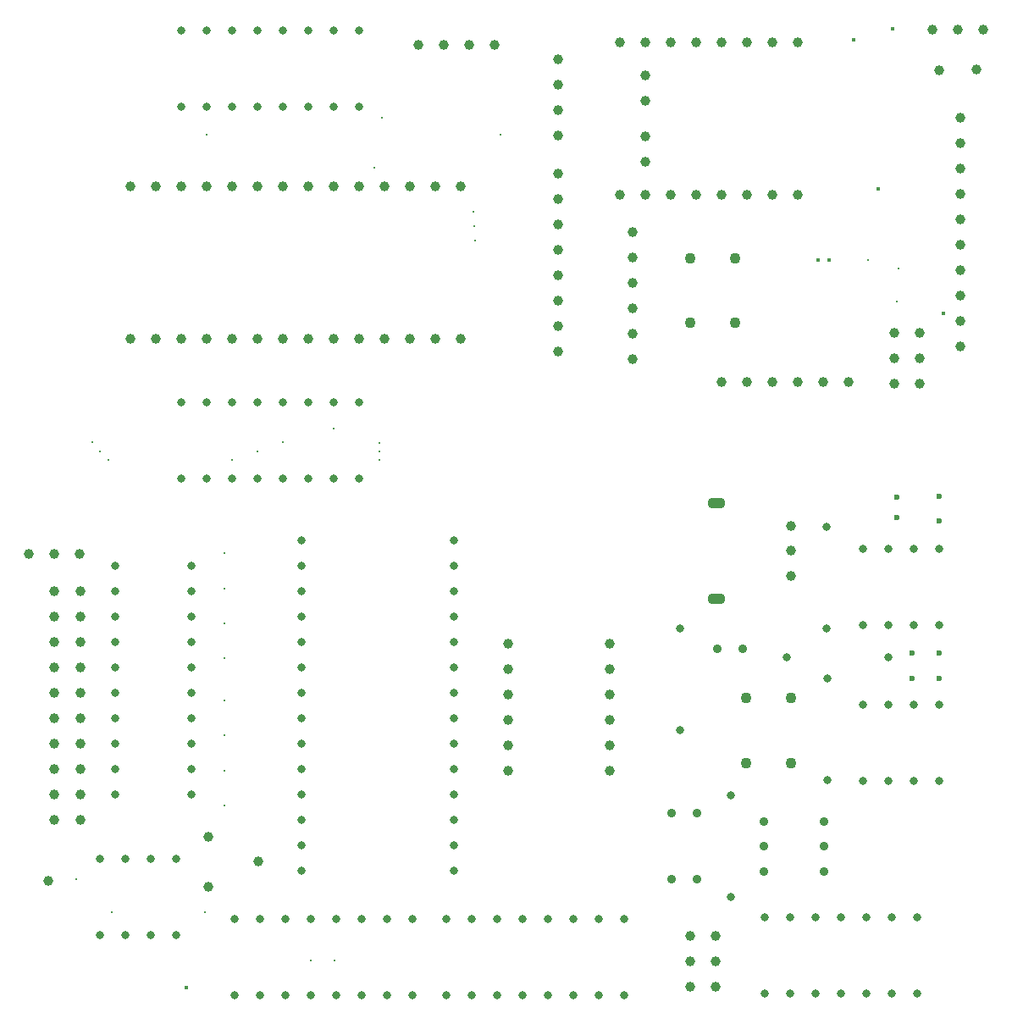
<source format=gbr>
%TF.GenerationSoftware,KiCad,Pcbnew,(6.0.5)*%
%TF.CreationDate,2023-08-07T17:40:22+03:00*%
%TF.ProjectId,JLC3,4a4c4333-2e6b-4696-9361-645f70636258,rev?*%
%TF.SameCoordinates,Original*%
%TF.FileFunction,Plated,1,2,PTH,Mixed*%
%TF.FilePolarity,Positive*%
%FSLAX46Y46*%
G04 Gerber Fmt 4.6, Leading zero omitted, Abs format (unit mm)*
G04 Created by KiCad (PCBNEW (6.0.5)) date 2023-08-07 17:40:22*
%MOMM*%
%LPD*%
G01*
G04 APERTURE LIST*
%TA.AperFunction,ViaDrill*%
%ADD10C,0.300000*%
%TD*%
%TA.AperFunction,ViaDrill*%
%ADD11C,0.400000*%
%TD*%
%TA.AperFunction,ComponentDrill*%
%ADD12C,0.600000*%
%TD*%
%TA.AperFunction,ComponentDrill*%
%ADD13C,0.800000*%
%TD*%
%TA.AperFunction,ComponentDrill*%
%ADD14C,0.900000*%
%TD*%
%TA.AperFunction,ComponentDrill*%
%ADD15C,1.000000*%
%TD*%
%TA.AperFunction,ComponentDrill*%
%ADD16C,1.100000*%
%TD*%
G04 aperture for slot hole*
%TA.AperFunction,ComponentDrill*%
%ADD17O,1.800000X1.100000*%
%TD*%
G04 APERTURE END LIST*
D10*
X61407143Y-117164546D03*
X62970000Y-73480000D03*
X63750000Y-74370000D03*
X64560000Y-75220000D03*
X64977143Y-120434546D03*
X74287143Y-120434546D03*
X74420000Y-42750000D03*
X76205000Y-84570000D03*
X76205000Y-88070000D03*
X76205000Y-91570000D03*
X76205000Y-95070000D03*
X76205000Y-99270000D03*
X76205000Y-102770000D03*
X76205000Y-106270000D03*
X76205000Y-109770000D03*
X76970000Y-75200000D03*
X79510000Y-74370000D03*
X82050000Y-73480000D03*
X84830000Y-125240000D03*
X87130000Y-72090000D03*
X87240000Y-125290000D03*
X91190000Y-46030000D03*
X91720000Y-73490000D03*
X91730000Y-74380000D03*
X91730000Y-75210000D03*
X91950000Y-41000000D03*
X101130000Y-50447500D03*
X101190000Y-51877500D03*
X101240000Y-53307500D03*
X103840000Y-42750000D03*
X140512893Y-55252893D03*
X143392893Y-59392893D03*
X143612893Y-56122893D03*
D11*
X72367143Y-127964546D03*
X135532893Y-55232893D03*
X136662893Y-55252893D03*
X139122893Y-33242893D03*
X141565393Y-48132893D03*
X143002893Y-32082893D03*
X148052893Y-60532893D03*
D12*
%TO.C,1uF*%
X143396300Y-78972598D03*
X143396300Y-80972598D03*
%TO.C,100nF*%
X144920000Y-94529999D03*
X144920000Y-97029999D03*
X147646300Y-78849999D03*
X147646300Y-81349999D03*
X147670000Y-94529999D03*
X147670000Y-97029999D03*
D13*
%TO.C,NE555*%
X63737143Y-115094546D03*
X63737143Y-122714546D03*
%TO.C,74LS574*%
X65255000Y-85830000D03*
X65255000Y-88370000D03*
X65255000Y-90910000D03*
X65255000Y-93450000D03*
X65255000Y-95990000D03*
X65255000Y-98530000D03*
X65255000Y-101070000D03*
X65255000Y-103610000D03*
X65255000Y-106150000D03*
X65255000Y-108690000D03*
%TO.C,NE555*%
X66277143Y-115094546D03*
X66277143Y-122714546D03*
X68817143Y-115094546D03*
X68817143Y-122714546D03*
X71357143Y-115094546D03*
X71357143Y-122714546D03*
%TO.C,74HC595*%
X71890000Y-32270000D03*
X71890000Y-39890000D03*
X71890000Y-69427500D03*
X71890000Y-77047500D03*
%TO.C,74LS574*%
X72875000Y-85830000D03*
X72875000Y-88370000D03*
X72875000Y-90910000D03*
X72875000Y-93450000D03*
X72875000Y-95990000D03*
X72875000Y-98530000D03*
X72875000Y-101070000D03*
X72875000Y-103610000D03*
X72875000Y-106150000D03*
X72875000Y-108690000D03*
%TO.C,74HC595*%
X74430000Y-32270000D03*
X74430000Y-39890000D03*
X74430000Y-69427500D03*
X74430000Y-77047500D03*
X76970000Y-32270000D03*
X76970000Y-39890000D03*
X76970000Y-69427500D03*
X76970000Y-77047500D03*
%TO.C,74LS76*%
X77210000Y-121150000D03*
X77210000Y-128770000D03*
%TO.C,74HC595*%
X79510000Y-32270000D03*
X79510000Y-39890000D03*
X79510000Y-69427500D03*
X79510000Y-77047500D03*
%TO.C,74LS76*%
X79750000Y-121150000D03*
X79750000Y-128770000D03*
%TO.C,74HC595*%
X82050000Y-32270000D03*
X82050000Y-39890000D03*
X82050000Y-69427500D03*
X82050000Y-77047500D03*
%TO.C,74LS76*%
X82290000Y-121150000D03*
X82290000Y-128770000D03*
%TO.C,28C64*%
X83905000Y-83285000D03*
X83905000Y-85825000D03*
X83905000Y-88365000D03*
X83905000Y-90905000D03*
X83905000Y-93445000D03*
X83905000Y-95985000D03*
X83905000Y-98525000D03*
X83905000Y-101065000D03*
X83905000Y-103605000D03*
X83905000Y-106145000D03*
X83905000Y-108685000D03*
X83905000Y-111225000D03*
X83905000Y-113765000D03*
X83905000Y-116305000D03*
%TO.C,74HC595*%
X84590000Y-32270000D03*
X84590000Y-39890000D03*
X84590000Y-69427500D03*
X84590000Y-77047500D03*
%TO.C,74LS76*%
X84830000Y-121150000D03*
X84830000Y-128770000D03*
%TO.C,74HC595*%
X87130000Y-32270000D03*
X87130000Y-39890000D03*
X87130000Y-69427500D03*
X87130000Y-77047500D03*
%TO.C,74LS76*%
X87370000Y-121150000D03*
X87370000Y-128770000D03*
%TO.C,74HC595*%
X89670000Y-32270000D03*
X89670000Y-39890000D03*
X89670000Y-69427500D03*
X89670000Y-77047500D03*
%TO.C,74LS76*%
X89910000Y-121150000D03*
X89910000Y-128770000D03*
X92450000Y-121150000D03*
X92450000Y-128770000D03*
X94990000Y-121150000D03*
X94990000Y-128770000D03*
%TO.C,74LS138*%
X98357143Y-121145455D03*
X98357143Y-128765455D03*
%TO.C,28C64*%
X99145000Y-83285000D03*
X99145000Y-85825000D03*
X99145000Y-88365000D03*
X99145000Y-90905000D03*
X99145000Y-93445000D03*
X99145000Y-95985000D03*
X99145000Y-98525000D03*
X99145000Y-101065000D03*
X99145000Y-103605000D03*
X99145000Y-106145000D03*
X99145000Y-108685000D03*
X99145000Y-111225000D03*
X99145000Y-113765000D03*
X99145000Y-116305000D03*
%TO.C,74LS138*%
X100897143Y-121145455D03*
X100897143Y-128765455D03*
X103437143Y-121145455D03*
X103437143Y-128765455D03*
X105977143Y-121145455D03*
X105977143Y-128765455D03*
X108517143Y-121145455D03*
X108517143Y-128765455D03*
X111057143Y-121145455D03*
X111057143Y-128765455D03*
X113597143Y-121145455D03*
X113597143Y-128765455D03*
X116137143Y-121145455D03*
X116137143Y-128765455D03*
%TO.C,220R*%
X121760000Y-92039999D03*
X121760000Y-102199999D03*
X126790000Y-108754999D03*
X126790000Y-118914999D03*
%TO.C,74LS00*%
X130195000Y-120909999D03*
X130195000Y-128529999D03*
%TO.C,100K*%
X132390000Y-94986299D03*
%TO.C,74LS00*%
X132735000Y-120909999D03*
X132735000Y-128529999D03*
X135275000Y-120909999D03*
X135275000Y-128529999D03*
%TO.C,1K*%
X136410000Y-81939999D03*
X136410000Y-92099999D03*
%TO.C,1M*%
X136520000Y-97049999D03*
X136520000Y-107209999D03*
%TO.C,74LS00*%
X137815000Y-120909999D03*
X137815000Y-128529999D03*
%TO.C,NE555*%
X140010000Y-84099999D03*
X140010000Y-91719999D03*
X140020000Y-99709999D03*
X140020000Y-107329999D03*
%TO.C,74LS00*%
X140355000Y-120909999D03*
X140355000Y-128529999D03*
%TO.C,NE555*%
X142550000Y-84099999D03*
X142550000Y-91719999D03*
%TO.C,100K*%
X142550000Y-94986299D03*
%TO.C,NE555*%
X142560000Y-99709999D03*
X142560000Y-107329999D03*
%TO.C,74LS00*%
X142895000Y-120909999D03*
X142895000Y-128529999D03*
%TO.C,NE555*%
X145090000Y-84099999D03*
X145090000Y-91719999D03*
X145100000Y-99709999D03*
X145100000Y-107329999D03*
%TO.C,74LS00*%
X145435000Y-120909999D03*
X145435000Y-128529999D03*
%TO.C,NE555*%
X147630000Y-84099999D03*
X147630000Y-91719999D03*
X147640000Y-99709999D03*
X147640000Y-107329999D03*
D14*
%TO.C,ON*%
X120890000Y-117134999D03*
X120915000Y-110509999D03*
X123430000Y-117134999D03*
X123455000Y-110509999D03*
X125485000Y-94139999D03*
X128025000Y-94139999D03*
%TO.C,MODE*%
X130140000Y-111359999D03*
X130140000Y-113859999D03*
X130140000Y-116359999D03*
X136140000Y-111359999D03*
X136140000Y-113859999D03*
X136140000Y-116359999D03*
D15*
%TO.C,Mode*%
X56675000Y-84605000D03*
%TO.C,D_IN*%
X58630000Y-117312500D03*
%TO.C,Mode*%
X59215000Y-84605000D03*
%TO.C,BUS*%
X59225000Y-88365000D03*
X59225000Y-90905000D03*
X59225000Y-93445000D03*
X59225000Y-95985000D03*
X59225000Y-98525000D03*
X59225000Y-101065000D03*
X59225000Y-103605000D03*
X59225000Y-106145000D03*
X59225000Y-108685000D03*
X59225000Y-111225000D03*
%TO.C,Mode*%
X61755000Y-84605000D03*
%TO.C,BUS*%
X61775000Y-88375000D03*
X61775000Y-90915000D03*
X61775000Y-93455000D03*
X61775000Y-95995000D03*
X61775000Y-98535000D03*
X61775000Y-101075000D03*
X61775000Y-103615000D03*
X61775000Y-106155000D03*
X61775000Y-108695000D03*
X61775000Y-111235000D03*
%TO.C,EEPROM SOCKET*%
X66810000Y-47880000D03*
X66810000Y-63120000D03*
X69350000Y-47880000D03*
X69350000Y-63120000D03*
X71890000Y-47880000D03*
X71890000Y-63120000D03*
X74430000Y-47880000D03*
X74430000Y-63120000D03*
%TO.C,1M*%
X74587143Y-112854546D03*
X74587143Y-117854546D03*
%TO.C,EEPROM SOCKET*%
X76970000Y-47880000D03*
X76970000Y-63120000D03*
X79510000Y-47880000D03*
X79510000Y-63120000D03*
%TO.C,1M*%
X79587143Y-115354546D03*
%TO.C,EEPROM SOCKET*%
X82050000Y-47880000D03*
X82050000Y-63120000D03*
X84590000Y-47880000D03*
X84590000Y-63120000D03*
X87130000Y-47880000D03*
X87130000Y-63120000D03*
X89670000Y-47880000D03*
X89670000Y-63120000D03*
X92210000Y-47880000D03*
X92210000Y-63120000D03*
X94750000Y-47880000D03*
X94750000Y-63120000D03*
%TO.C,REF\u002A\u002A*%
X95620000Y-33715000D03*
%TO.C,EEPROM SOCKET*%
X97290000Y-47880000D03*
X97290000Y-63120000D03*
%TO.C,REF\u002A\u002A*%
X98160000Y-33715000D03*
%TO.C,EEPROM SOCKET*%
X99830000Y-47880000D03*
X99830000Y-63120000D03*
%TO.C,REF\u002A\u002A*%
X100700000Y-33715000D03*
X103240000Y-33715000D03*
X104600000Y-93575000D03*
X104600000Y-96115000D03*
X104600000Y-98655000D03*
X104600000Y-101195000D03*
X104600000Y-103735000D03*
X104600000Y-106275000D03*
X109565000Y-35190000D03*
X109565000Y-37730000D03*
X109565000Y-40270000D03*
X109565000Y-42810000D03*
X109600000Y-46592500D03*
X109600000Y-49132500D03*
X109600000Y-51672500D03*
X109600000Y-54212500D03*
X109600000Y-56752500D03*
X109600000Y-59292500D03*
X109600000Y-61832500D03*
X109600000Y-64372500D03*
X114750000Y-93575000D03*
X114750000Y-96115000D03*
X114750000Y-98655000D03*
X114750000Y-101195000D03*
X114750000Y-103735000D03*
X114750000Y-106275000D03*
%TO.C,U3*%
X115700393Y-33492893D03*
X115715393Y-48742893D03*
%TO.C,J1*%
X117014294Y-52413292D03*
X117014294Y-54953292D03*
X117014294Y-57493292D03*
X117014294Y-60033292D03*
X117014294Y-62573292D03*
X117014294Y-65113292D03*
%TO.C,U3*%
X118240393Y-33492893D03*
%TO.C,J4*%
X118247893Y-36742893D03*
X118247893Y-39282893D03*
%TO.C,J3*%
X118247893Y-42892893D03*
X118247893Y-45432893D03*
%TO.C,U3*%
X118255393Y-48742893D03*
X120780393Y-33492893D03*
X120795393Y-48742893D03*
%TO.C,REF\u002A\u002A*%
X122740000Y-122779999D03*
X122740000Y-125319999D03*
X122740000Y-127859999D03*
%TO.C,U3*%
X123320393Y-33492893D03*
X123335393Y-48742893D03*
%TO.C,REF\u002A\u002A*%
X125280000Y-122779999D03*
X125280000Y-125319999D03*
X125280000Y-127859999D03*
%TO.C,U3*%
X125860393Y-33492893D03*
X125875393Y-48742893D03*
%TO.C,J6*%
X125932893Y-67402893D03*
%TO.C,U3*%
X128400393Y-33492893D03*
X128415393Y-48742893D03*
%TO.C,J6*%
X128472893Y-67402893D03*
%TO.C,U3*%
X130940393Y-33492893D03*
X130955393Y-48742893D03*
%TO.C,J6*%
X131012893Y-67402893D03*
%TO.C,1M*%
X132875000Y-81819999D03*
X132875000Y-84319999D03*
X132875000Y-86819999D03*
%TO.C,U3*%
X133480393Y-33492893D03*
X133495393Y-48742893D03*
%TO.C,J6*%
X133552893Y-67402893D03*
X136092893Y-67402893D03*
X138632893Y-67402893D03*
%TO.C,J2*%
X143169294Y-62558292D03*
X143169294Y-65098292D03*
X143169294Y-67638292D03*
X145709294Y-62558292D03*
X145709294Y-65098292D03*
X145709294Y-67638292D03*
%TO.C,SW2*%
X146977893Y-32182893D03*
%TO.C,J8*%
X147652893Y-36232893D03*
%TO.C,SW2*%
X149517893Y-32182893D03*
%TO.C,J5*%
X149747893Y-41027893D03*
X149747893Y-43567893D03*
X149747893Y-46107893D03*
X149747893Y-48647893D03*
X149747893Y-51187893D03*
X149747893Y-53727893D03*
X149747893Y-56267893D03*
X149747893Y-58807893D03*
X149747893Y-61347893D03*
X149747893Y-63887893D03*
%TO.C,J9*%
X151372893Y-36202893D03*
%TO.C,SW2*%
X152057893Y-32182893D03*
D16*
%TO.C,SW1*%
X122789294Y-55038292D03*
X122789294Y-61538292D03*
D17*
%TO.C,1M*%
X125375000Y-79519999D03*
X125375000Y-89119999D03*
D16*
%TO.C,SW1*%
X127289294Y-55038292D03*
X127289294Y-61538292D03*
%TO.C,REF\u002A\u002A*%
X128370000Y-98989999D03*
X128370000Y-105489999D03*
X132870000Y-98989999D03*
X132870000Y-105489999D03*
M02*

</source>
